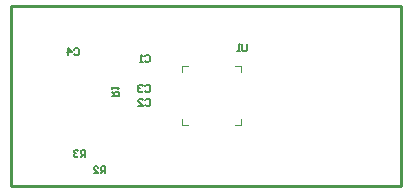
<source format=gbo>
G04 Layer_Color=32896*
%FSLAX44Y44*%
%MOMM*%
G71*
G01*
G75*
%ADD10C,0.2500*%
%ADD36C,0.1000*%
%ADD37C,0.1500*%
D10*
X1270Y215900D02*
X331470D01*
Y368300D01*
X1270D02*
X331470D01*
X1270Y215900D02*
Y368300D01*
D36*
X196050Y267500D02*
Y272500D01*
X146050Y317500D02*
X151050D01*
X191050D02*
X196050D01*
Y312500D02*
Y317500D01*
X191050Y267500D02*
X196050D01*
X146050D02*
X151050D01*
X146050Y312500D02*
Y317500D01*
Y267500D02*
Y272500D01*
D37*
X64000Y240500D02*
Y246498D01*
X61001D01*
X60001Y245498D01*
Y243499D01*
X61001Y242499D01*
X64000D01*
X62001D02*
X60001Y240500D01*
X58002Y245498D02*
X57002Y246498D01*
X55003D01*
X54003Y245498D01*
Y244499D01*
X55003Y243499D01*
X56003D01*
X55003D01*
X54003Y242499D01*
Y241500D01*
X55003Y240500D01*
X57002D01*
X58002Y241500D01*
X81000Y226500D02*
Y232498D01*
X78001D01*
X77001Y231498D01*
Y229499D01*
X78001Y228499D01*
X81000D01*
X79001D02*
X77001Y226500D01*
X71003D02*
X75002D01*
X71003Y230499D01*
Y231498D01*
X72003Y232498D01*
X74002D01*
X75002Y231498D01*
X200660Y336198D02*
Y331200D01*
X199660Y330200D01*
X197661D01*
X196661Y331200D01*
Y336198D01*
X194662Y330200D02*
X192663D01*
X193662D01*
Y336198D01*
X194662Y335198D01*
X54421Y331388D02*
X55421Y332388D01*
X57420D01*
X58420Y331388D01*
Y327390D01*
X57420Y326390D01*
X55421D01*
X54421Y327390D01*
X49423Y326390D02*
Y332388D01*
X52422Y329389D01*
X48423D01*
X114619Y300654D02*
X115619Y301654D01*
X117618D01*
X118618Y300654D01*
Y296656D01*
X117618Y295656D01*
X115619D01*
X114619Y296656D01*
X112620Y300654D02*
X111620Y301654D01*
X109621D01*
X108621Y300654D01*
Y299655D01*
X109621Y298655D01*
X110621D01*
X109621D01*
X108621Y297655D01*
Y296656D01*
X109621Y295656D01*
X111620D01*
X112620Y296656D01*
X114873Y288462D02*
X115873Y289462D01*
X117872D01*
X118872Y288462D01*
Y284464D01*
X117872Y283464D01*
X115873D01*
X114873Y284464D01*
X108875Y283464D02*
X112874D01*
X108875Y287463D01*
Y288462D01*
X109875Y289462D01*
X111874D01*
X112874Y288462D01*
X114365Y325800D02*
X115365Y326800D01*
X117364D01*
X118364Y325800D01*
Y321802D01*
X117364Y320802D01*
X115365D01*
X114365Y321802D01*
X112366Y320802D02*
X110367D01*
X111366D01*
Y326800D01*
X112366Y325800D01*
X86510Y291840D02*
X92508D01*
Y294839D01*
X91508Y295839D01*
X89509D01*
X88509Y294839D01*
Y291840D01*
Y293839D02*
X86510Y295839D01*
Y297838D02*
Y299837D01*
Y298838D01*
X92508D01*
X91508Y297838D01*
M02*

</source>
